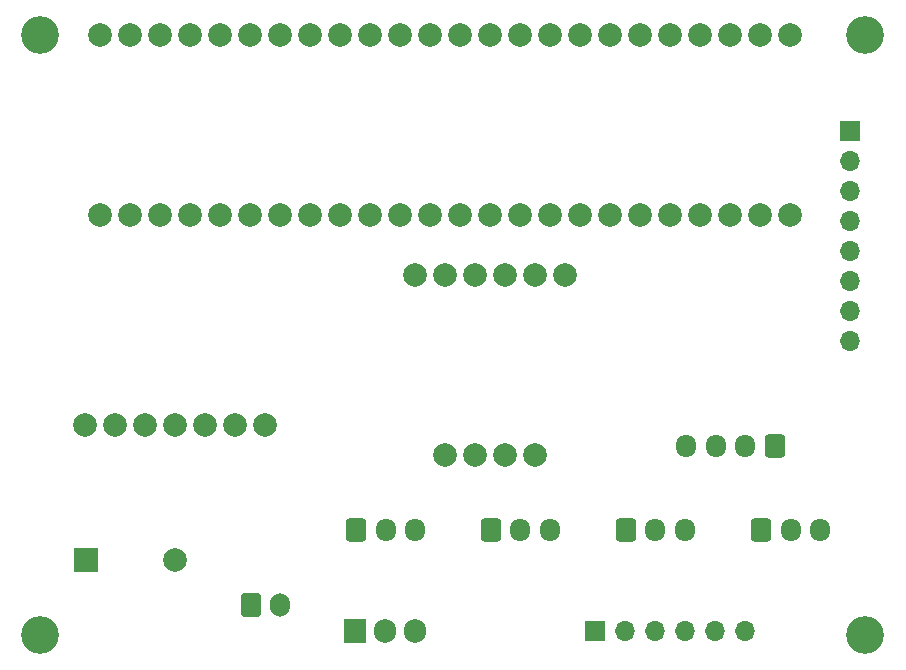
<source format=gbr>
%TF.GenerationSoftware,KiCad,Pcbnew,7.0.6-0*%
%TF.CreationDate,2024-02-15T10:15:36-05:00*%
%TF.ProjectId,Frame PCB 2,4672616d-6520-4504-9342-20322e6b6963,rev?*%
%TF.SameCoordinates,Original*%
%TF.FileFunction,Soldermask,Top*%
%TF.FilePolarity,Negative*%
%FSLAX46Y46*%
G04 Gerber Fmt 4.6, Leading zero omitted, Abs format (unit mm)*
G04 Created by KiCad (PCBNEW 7.0.6-0) date 2024-02-15 10:15:36*
%MOMM*%
%LPD*%
G01*
G04 APERTURE LIST*
G04 Aperture macros list*
%AMRoundRect*
0 Rectangle with rounded corners*
0 $1 Rounding radius*
0 $2 $3 $4 $5 $6 $7 $8 $9 X,Y pos of 4 corners*
0 Add a 4 corners polygon primitive as box body*
4,1,4,$2,$3,$4,$5,$6,$7,$8,$9,$2,$3,0*
0 Add four circle primitives for the rounded corners*
1,1,$1+$1,$2,$3*
1,1,$1+$1,$4,$5*
1,1,$1+$1,$6,$7*
1,1,$1+$1,$8,$9*
0 Add four rect primitives between the rounded corners*
20,1,$1+$1,$2,$3,$4,$5,0*
20,1,$1+$1,$4,$5,$6,$7,0*
20,1,$1+$1,$6,$7,$8,$9,0*
20,1,$1+$1,$8,$9,$2,$3,0*%
G04 Aperture macros list end*
%ADD10RoundRect,0.250000X-0.600000X-0.725000X0.600000X-0.725000X0.600000X0.725000X-0.600000X0.725000X0*%
%ADD11O,1.700000X1.950000*%
%ADD12R,1.700000X1.700000*%
%ADD13O,1.700000X1.700000*%
%ADD14C,3.200000*%
%ADD15C,2.000000*%
%ADD16R,1.905000X2.000000*%
%ADD17O,1.905000X2.000000*%
%ADD18RoundRect,0.250000X-0.600000X-0.750000X0.600000X-0.750000X0.600000X0.750000X-0.600000X0.750000X0*%
%ADD19O,1.700000X2.000000*%
%ADD20R,2.000000X2.000000*%
%ADD21RoundRect,0.250000X0.600000X0.725000X-0.600000X0.725000X-0.600000X-0.725000X0.600000X-0.725000X0*%
G04 APERTURE END LIST*
D10*
%TO.C,J5*%
X127040000Y-87630000D03*
D11*
X129540000Y-87630000D03*
X132040000Y-87630000D03*
%TD*%
D12*
%TO.C,BH1750*%
X124460000Y-96139000D03*
D13*
X127000000Y-96139000D03*
X129540000Y-96139000D03*
X132080000Y-96139000D03*
X134620000Y-96139000D03*
X137160000Y-96139000D03*
%TD*%
D10*
%TO.C,J7*%
X115610000Y-87630000D03*
D11*
X118110000Y-87630000D03*
X120610000Y-87630000D03*
%TD*%
D14*
%TO.C,H4*%
X147320000Y-96520000D03*
%TD*%
%TO.C,H2*%
X77470000Y-45720000D03*
%TD*%
D15*
%TO.C,BNO55*%
X121920000Y-66040000D03*
X119380000Y-66040000D03*
X116840000Y-66040000D03*
X114300000Y-66040000D03*
X111760000Y-66040000D03*
X109220000Y-66040000D03*
X119380000Y-81280000D03*
X116840000Y-81280000D03*
X114300000Y-81280000D03*
X111760000Y-81280000D03*
%TD*%
%TO.C,BMP280*%
X81280000Y-78740000D03*
X83820000Y-78740000D03*
X86360000Y-78740000D03*
X88900000Y-78740000D03*
X91440000Y-78740000D03*
X93980000Y-78740000D03*
X96520000Y-78740000D03*
%TD*%
D16*
%TO.C,q1*%
X104140000Y-96195000D03*
D17*
X106680000Y-96195000D03*
X109220000Y-96195000D03*
%TD*%
D14*
%TO.C,H3*%
X77470000Y-96520000D03*
%TD*%
D15*
%TO.C,Teensy4.1*%
X82550000Y-60960000D03*
X85090000Y-60960000D03*
X87630000Y-60960000D03*
X90170000Y-60960000D03*
X92710000Y-60960000D03*
X95250000Y-60960000D03*
X97790000Y-60960000D03*
X100330000Y-60960000D03*
X102870000Y-60960000D03*
X105410000Y-60960000D03*
X107950000Y-60960000D03*
X110490000Y-60960000D03*
X113030000Y-60960000D03*
X115570000Y-60960000D03*
X118110000Y-60960000D03*
X120650000Y-60960000D03*
X123190000Y-60960000D03*
X125730000Y-60960000D03*
X128270000Y-60960000D03*
X130810000Y-60960000D03*
X133350000Y-60960000D03*
X135890000Y-60960000D03*
X138430000Y-60960000D03*
X140970000Y-60960000D03*
X140970000Y-45720000D03*
X138430000Y-45720000D03*
X135890000Y-45720000D03*
X133350000Y-45720000D03*
X130810000Y-45720000D03*
X128270000Y-45720000D03*
X125730000Y-45720000D03*
X123190000Y-45720000D03*
X120650000Y-45720000D03*
X118110000Y-45720000D03*
X115570000Y-45720000D03*
X113030000Y-45720000D03*
X110490000Y-45720000D03*
X107950000Y-45720000D03*
X105410000Y-45720000D03*
X102870000Y-45720000D03*
X100330000Y-45720000D03*
X97790000Y-45720000D03*
X95250000Y-45720000D03*
X92710000Y-45720000D03*
X90170000Y-45720000D03*
X87630000Y-45720000D03*
X85090000Y-45720000D03*
X82550000Y-45720000D03*
%TD*%
D10*
%TO.C,J4*%
X104220000Y-87630000D03*
D11*
X106720000Y-87630000D03*
X109220000Y-87630000D03*
%TD*%
D10*
%TO.C,J6*%
X138510000Y-87630000D03*
D11*
X141010000Y-87630000D03*
X143510000Y-87630000D03*
%TD*%
D18*
%TO.C,J2*%
X95290000Y-93980000D03*
D19*
X97790000Y-93980000D03*
%TD*%
D20*
%TO.C,BZ1*%
X81290000Y-90170000D03*
D15*
X88890000Y-90170000D03*
%TD*%
D21*
%TO.C,J8*%
X139640000Y-80535000D03*
D11*
X137140000Y-80535000D03*
X134640000Y-80535000D03*
X132140000Y-80535000D03*
%TD*%
D14*
%TO.C,H1*%
X147320000Y-45720000D03*
%TD*%
D12*
%TO.C,Bluefruitle1*%
X146050000Y-53848000D03*
D13*
X146050000Y-56388000D03*
X146050000Y-58928000D03*
X146050000Y-61468000D03*
X146050000Y-64008000D03*
X146050000Y-66548000D03*
X146050000Y-69088000D03*
X146050000Y-71628000D03*
%TD*%
M02*

</source>
